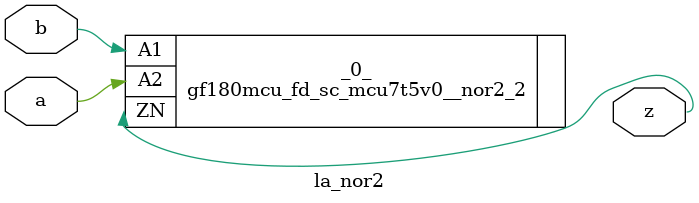
<source format=v>
/* Generated by Yosys 0.37 (git sha1 a5c7f69ed, clang 14.0.0-1ubuntu1.1 -fPIC -Os) */

module la_nor2(a, b, z);
  input a;
  wire a;
  input b;
  wire b;
  output z;
  wire z;
  gf180mcu_fd_sc_mcu7t5v0__nor2_2 _0_ (
    .A1(b),
    .A2(a),
    .ZN(z)
  );
endmodule

</source>
